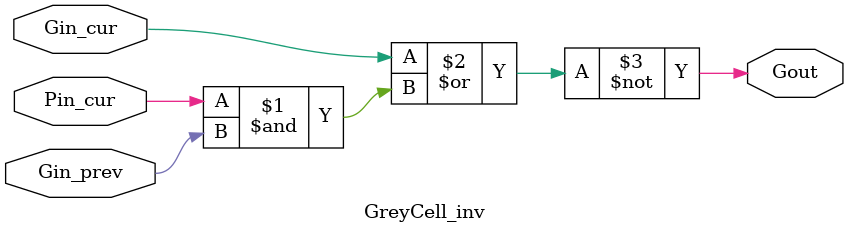
<source format=v>


module GreyCell_inv(
	input wire	Gin_cur,
	input wire	Pin_cur,
	input wire	Gin_prev,
	
	output wire	Gout
);

assign Gout = ~(Gin_cur | (Pin_cur & Gin_prev));

endmodule

</source>
